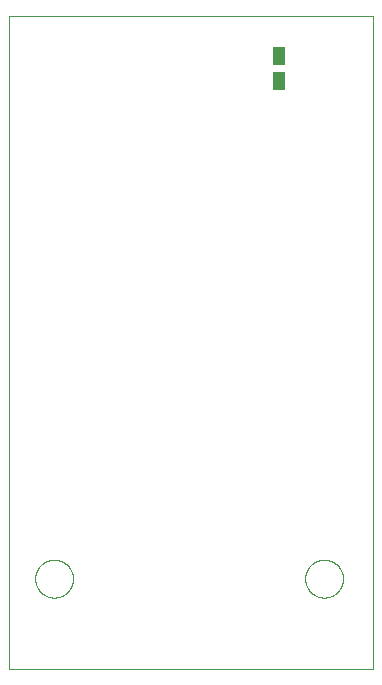
<source format=gbp>
G75*
%MOIN*%
%OFA0B0*%
%FSLAX25Y25*%
%IPPOS*%
%LPD*%
%AMOC8*
5,1,8,0,0,1.08239X$1,22.5*
%
%ADD10C,0.00000*%
%ADD11R,0.03937X0.05906*%
D10*
X0001800Y0001800D02*
X0001800Y0219261D01*
X0123001Y0219261D01*
X0123001Y0001800D01*
X0001800Y0001800D01*
X0010501Y0031800D02*
X0010503Y0031958D01*
X0010509Y0032116D01*
X0010519Y0032274D01*
X0010533Y0032432D01*
X0010551Y0032589D01*
X0010572Y0032746D01*
X0010598Y0032902D01*
X0010628Y0033058D01*
X0010661Y0033213D01*
X0010699Y0033366D01*
X0010740Y0033519D01*
X0010785Y0033671D01*
X0010834Y0033822D01*
X0010887Y0033971D01*
X0010943Y0034119D01*
X0011003Y0034265D01*
X0011067Y0034410D01*
X0011135Y0034553D01*
X0011206Y0034695D01*
X0011280Y0034835D01*
X0011358Y0034972D01*
X0011440Y0035108D01*
X0011524Y0035242D01*
X0011613Y0035373D01*
X0011704Y0035502D01*
X0011799Y0035629D01*
X0011896Y0035754D01*
X0011997Y0035876D01*
X0012101Y0035995D01*
X0012208Y0036112D01*
X0012318Y0036226D01*
X0012431Y0036337D01*
X0012546Y0036446D01*
X0012664Y0036551D01*
X0012785Y0036653D01*
X0012908Y0036753D01*
X0013034Y0036849D01*
X0013162Y0036942D01*
X0013292Y0037032D01*
X0013425Y0037118D01*
X0013560Y0037202D01*
X0013696Y0037281D01*
X0013835Y0037358D01*
X0013976Y0037430D01*
X0014118Y0037500D01*
X0014262Y0037565D01*
X0014408Y0037627D01*
X0014555Y0037685D01*
X0014704Y0037740D01*
X0014854Y0037791D01*
X0015005Y0037838D01*
X0015157Y0037881D01*
X0015310Y0037920D01*
X0015465Y0037956D01*
X0015620Y0037987D01*
X0015776Y0038015D01*
X0015932Y0038039D01*
X0016089Y0038059D01*
X0016247Y0038075D01*
X0016404Y0038087D01*
X0016563Y0038095D01*
X0016721Y0038099D01*
X0016879Y0038099D01*
X0017037Y0038095D01*
X0017196Y0038087D01*
X0017353Y0038075D01*
X0017511Y0038059D01*
X0017668Y0038039D01*
X0017824Y0038015D01*
X0017980Y0037987D01*
X0018135Y0037956D01*
X0018290Y0037920D01*
X0018443Y0037881D01*
X0018595Y0037838D01*
X0018746Y0037791D01*
X0018896Y0037740D01*
X0019045Y0037685D01*
X0019192Y0037627D01*
X0019338Y0037565D01*
X0019482Y0037500D01*
X0019624Y0037430D01*
X0019765Y0037358D01*
X0019904Y0037281D01*
X0020040Y0037202D01*
X0020175Y0037118D01*
X0020308Y0037032D01*
X0020438Y0036942D01*
X0020566Y0036849D01*
X0020692Y0036753D01*
X0020815Y0036653D01*
X0020936Y0036551D01*
X0021054Y0036446D01*
X0021169Y0036337D01*
X0021282Y0036226D01*
X0021392Y0036112D01*
X0021499Y0035995D01*
X0021603Y0035876D01*
X0021704Y0035754D01*
X0021801Y0035629D01*
X0021896Y0035502D01*
X0021987Y0035373D01*
X0022076Y0035242D01*
X0022160Y0035108D01*
X0022242Y0034972D01*
X0022320Y0034835D01*
X0022394Y0034695D01*
X0022465Y0034553D01*
X0022533Y0034410D01*
X0022597Y0034265D01*
X0022657Y0034119D01*
X0022713Y0033971D01*
X0022766Y0033822D01*
X0022815Y0033671D01*
X0022860Y0033519D01*
X0022901Y0033366D01*
X0022939Y0033213D01*
X0022972Y0033058D01*
X0023002Y0032902D01*
X0023028Y0032746D01*
X0023049Y0032589D01*
X0023067Y0032432D01*
X0023081Y0032274D01*
X0023091Y0032116D01*
X0023097Y0031958D01*
X0023099Y0031800D01*
X0023097Y0031642D01*
X0023091Y0031484D01*
X0023081Y0031326D01*
X0023067Y0031168D01*
X0023049Y0031011D01*
X0023028Y0030854D01*
X0023002Y0030698D01*
X0022972Y0030542D01*
X0022939Y0030387D01*
X0022901Y0030234D01*
X0022860Y0030081D01*
X0022815Y0029929D01*
X0022766Y0029778D01*
X0022713Y0029629D01*
X0022657Y0029481D01*
X0022597Y0029335D01*
X0022533Y0029190D01*
X0022465Y0029047D01*
X0022394Y0028905D01*
X0022320Y0028765D01*
X0022242Y0028628D01*
X0022160Y0028492D01*
X0022076Y0028358D01*
X0021987Y0028227D01*
X0021896Y0028098D01*
X0021801Y0027971D01*
X0021704Y0027846D01*
X0021603Y0027724D01*
X0021499Y0027605D01*
X0021392Y0027488D01*
X0021282Y0027374D01*
X0021169Y0027263D01*
X0021054Y0027154D01*
X0020936Y0027049D01*
X0020815Y0026947D01*
X0020692Y0026847D01*
X0020566Y0026751D01*
X0020438Y0026658D01*
X0020308Y0026568D01*
X0020175Y0026482D01*
X0020040Y0026398D01*
X0019904Y0026319D01*
X0019765Y0026242D01*
X0019624Y0026170D01*
X0019482Y0026100D01*
X0019338Y0026035D01*
X0019192Y0025973D01*
X0019045Y0025915D01*
X0018896Y0025860D01*
X0018746Y0025809D01*
X0018595Y0025762D01*
X0018443Y0025719D01*
X0018290Y0025680D01*
X0018135Y0025644D01*
X0017980Y0025613D01*
X0017824Y0025585D01*
X0017668Y0025561D01*
X0017511Y0025541D01*
X0017353Y0025525D01*
X0017196Y0025513D01*
X0017037Y0025505D01*
X0016879Y0025501D01*
X0016721Y0025501D01*
X0016563Y0025505D01*
X0016404Y0025513D01*
X0016247Y0025525D01*
X0016089Y0025541D01*
X0015932Y0025561D01*
X0015776Y0025585D01*
X0015620Y0025613D01*
X0015465Y0025644D01*
X0015310Y0025680D01*
X0015157Y0025719D01*
X0015005Y0025762D01*
X0014854Y0025809D01*
X0014704Y0025860D01*
X0014555Y0025915D01*
X0014408Y0025973D01*
X0014262Y0026035D01*
X0014118Y0026100D01*
X0013976Y0026170D01*
X0013835Y0026242D01*
X0013696Y0026319D01*
X0013560Y0026398D01*
X0013425Y0026482D01*
X0013292Y0026568D01*
X0013162Y0026658D01*
X0013034Y0026751D01*
X0012908Y0026847D01*
X0012785Y0026947D01*
X0012664Y0027049D01*
X0012546Y0027154D01*
X0012431Y0027263D01*
X0012318Y0027374D01*
X0012208Y0027488D01*
X0012101Y0027605D01*
X0011997Y0027724D01*
X0011896Y0027846D01*
X0011799Y0027971D01*
X0011704Y0028098D01*
X0011613Y0028227D01*
X0011524Y0028358D01*
X0011440Y0028492D01*
X0011358Y0028628D01*
X0011280Y0028765D01*
X0011206Y0028905D01*
X0011135Y0029047D01*
X0011067Y0029190D01*
X0011003Y0029335D01*
X0010943Y0029481D01*
X0010887Y0029629D01*
X0010834Y0029778D01*
X0010785Y0029929D01*
X0010740Y0030081D01*
X0010699Y0030234D01*
X0010661Y0030387D01*
X0010628Y0030542D01*
X0010598Y0030698D01*
X0010572Y0030854D01*
X0010551Y0031011D01*
X0010533Y0031168D01*
X0010519Y0031326D01*
X0010509Y0031484D01*
X0010503Y0031642D01*
X0010501Y0031800D01*
X0100501Y0031800D02*
X0100503Y0031958D01*
X0100509Y0032116D01*
X0100519Y0032274D01*
X0100533Y0032432D01*
X0100551Y0032589D01*
X0100572Y0032746D01*
X0100598Y0032902D01*
X0100628Y0033058D01*
X0100661Y0033213D01*
X0100699Y0033366D01*
X0100740Y0033519D01*
X0100785Y0033671D01*
X0100834Y0033822D01*
X0100887Y0033971D01*
X0100943Y0034119D01*
X0101003Y0034265D01*
X0101067Y0034410D01*
X0101135Y0034553D01*
X0101206Y0034695D01*
X0101280Y0034835D01*
X0101358Y0034972D01*
X0101440Y0035108D01*
X0101524Y0035242D01*
X0101613Y0035373D01*
X0101704Y0035502D01*
X0101799Y0035629D01*
X0101896Y0035754D01*
X0101997Y0035876D01*
X0102101Y0035995D01*
X0102208Y0036112D01*
X0102318Y0036226D01*
X0102431Y0036337D01*
X0102546Y0036446D01*
X0102664Y0036551D01*
X0102785Y0036653D01*
X0102908Y0036753D01*
X0103034Y0036849D01*
X0103162Y0036942D01*
X0103292Y0037032D01*
X0103425Y0037118D01*
X0103560Y0037202D01*
X0103696Y0037281D01*
X0103835Y0037358D01*
X0103976Y0037430D01*
X0104118Y0037500D01*
X0104262Y0037565D01*
X0104408Y0037627D01*
X0104555Y0037685D01*
X0104704Y0037740D01*
X0104854Y0037791D01*
X0105005Y0037838D01*
X0105157Y0037881D01*
X0105310Y0037920D01*
X0105465Y0037956D01*
X0105620Y0037987D01*
X0105776Y0038015D01*
X0105932Y0038039D01*
X0106089Y0038059D01*
X0106247Y0038075D01*
X0106404Y0038087D01*
X0106563Y0038095D01*
X0106721Y0038099D01*
X0106879Y0038099D01*
X0107037Y0038095D01*
X0107196Y0038087D01*
X0107353Y0038075D01*
X0107511Y0038059D01*
X0107668Y0038039D01*
X0107824Y0038015D01*
X0107980Y0037987D01*
X0108135Y0037956D01*
X0108290Y0037920D01*
X0108443Y0037881D01*
X0108595Y0037838D01*
X0108746Y0037791D01*
X0108896Y0037740D01*
X0109045Y0037685D01*
X0109192Y0037627D01*
X0109338Y0037565D01*
X0109482Y0037500D01*
X0109624Y0037430D01*
X0109765Y0037358D01*
X0109904Y0037281D01*
X0110040Y0037202D01*
X0110175Y0037118D01*
X0110308Y0037032D01*
X0110438Y0036942D01*
X0110566Y0036849D01*
X0110692Y0036753D01*
X0110815Y0036653D01*
X0110936Y0036551D01*
X0111054Y0036446D01*
X0111169Y0036337D01*
X0111282Y0036226D01*
X0111392Y0036112D01*
X0111499Y0035995D01*
X0111603Y0035876D01*
X0111704Y0035754D01*
X0111801Y0035629D01*
X0111896Y0035502D01*
X0111987Y0035373D01*
X0112076Y0035242D01*
X0112160Y0035108D01*
X0112242Y0034972D01*
X0112320Y0034835D01*
X0112394Y0034695D01*
X0112465Y0034553D01*
X0112533Y0034410D01*
X0112597Y0034265D01*
X0112657Y0034119D01*
X0112713Y0033971D01*
X0112766Y0033822D01*
X0112815Y0033671D01*
X0112860Y0033519D01*
X0112901Y0033366D01*
X0112939Y0033213D01*
X0112972Y0033058D01*
X0113002Y0032902D01*
X0113028Y0032746D01*
X0113049Y0032589D01*
X0113067Y0032432D01*
X0113081Y0032274D01*
X0113091Y0032116D01*
X0113097Y0031958D01*
X0113099Y0031800D01*
X0113097Y0031642D01*
X0113091Y0031484D01*
X0113081Y0031326D01*
X0113067Y0031168D01*
X0113049Y0031011D01*
X0113028Y0030854D01*
X0113002Y0030698D01*
X0112972Y0030542D01*
X0112939Y0030387D01*
X0112901Y0030234D01*
X0112860Y0030081D01*
X0112815Y0029929D01*
X0112766Y0029778D01*
X0112713Y0029629D01*
X0112657Y0029481D01*
X0112597Y0029335D01*
X0112533Y0029190D01*
X0112465Y0029047D01*
X0112394Y0028905D01*
X0112320Y0028765D01*
X0112242Y0028628D01*
X0112160Y0028492D01*
X0112076Y0028358D01*
X0111987Y0028227D01*
X0111896Y0028098D01*
X0111801Y0027971D01*
X0111704Y0027846D01*
X0111603Y0027724D01*
X0111499Y0027605D01*
X0111392Y0027488D01*
X0111282Y0027374D01*
X0111169Y0027263D01*
X0111054Y0027154D01*
X0110936Y0027049D01*
X0110815Y0026947D01*
X0110692Y0026847D01*
X0110566Y0026751D01*
X0110438Y0026658D01*
X0110308Y0026568D01*
X0110175Y0026482D01*
X0110040Y0026398D01*
X0109904Y0026319D01*
X0109765Y0026242D01*
X0109624Y0026170D01*
X0109482Y0026100D01*
X0109338Y0026035D01*
X0109192Y0025973D01*
X0109045Y0025915D01*
X0108896Y0025860D01*
X0108746Y0025809D01*
X0108595Y0025762D01*
X0108443Y0025719D01*
X0108290Y0025680D01*
X0108135Y0025644D01*
X0107980Y0025613D01*
X0107824Y0025585D01*
X0107668Y0025561D01*
X0107511Y0025541D01*
X0107353Y0025525D01*
X0107196Y0025513D01*
X0107037Y0025505D01*
X0106879Y0025501D01*
X0106721Y0025501D01*
X0106563Y0025505D01*
X0106404Y0025513D01*
X0106247Y0025525D01*
X0106089Y0025541D01*
X0105932Y0025561D01*
X0105776Y0025585D01*
X0105620Y0025613D01*
X0105465Y0025644D01*
X0105310Y0025680D01*
X0105157Y0025719D01*
X0105005Y0025762D01*
X0104854Y0025809D01*
X0104704Y0025860D01*
X0104555Y0025915D01*
X0104408Y0025973D01*
X0104262Y0026035D01*
X0104118Y0026100D01*
X0103976Y0026170D01*
X0103835Y0026242D01*
X0103696Y0026319D01*
X0103560Y0026398D01*
X0103425Y0026482D01*
X0103292Y0026568D01*
X0103162Y0026658D01*
X0103034Y0026751D01*
X0102908Y0026847D01*
X0102785Y0026947D01*
X0102664Y0027049D01*
X0102546Y0027154D01*
X0102431Y0027263D01*
X0102318Y0027374D01*
X0102208Y0027488D01*
X0102101Y0027605D01*
X0101997Y0027724D01*
X0101896Y0027846D01*
X0101799Y0027971D01*
X0101704Y0028098D01*
X0101613Y0028227D01*
X0101524Y0028358D01*
X0101440Y0028492D01*
X0101358Y0028628D01*
X0101280Y0028765D01*
X0101206Y0028905D01*
X0101135Y0029047D01*
X0101067Y0029190D01*
X0101003Y0029335D01*
X0100943Y0029481D01*
X0100887Y0029629D01*
X0100834Y0029778D01*
X0100785Y0029929D01*
X0100740Y0030081D01*
X0100699Y0030234D01*
X0100661Y0030387D01*
X0100628Y0030542D01*
X0100598Y0030698D01*
X0100572Y0030854D01*
X0100551Y0031011D01*
X0100533Y0031168D01*
X0100519Y0031326D01*
X0100509Y0031484D01*
X0100503Y0031642D01*
X0100501Y0031800D01*
D11*
X0091800Y0197656D03*
X0091800Y0205944D03*
M02*

</source>
